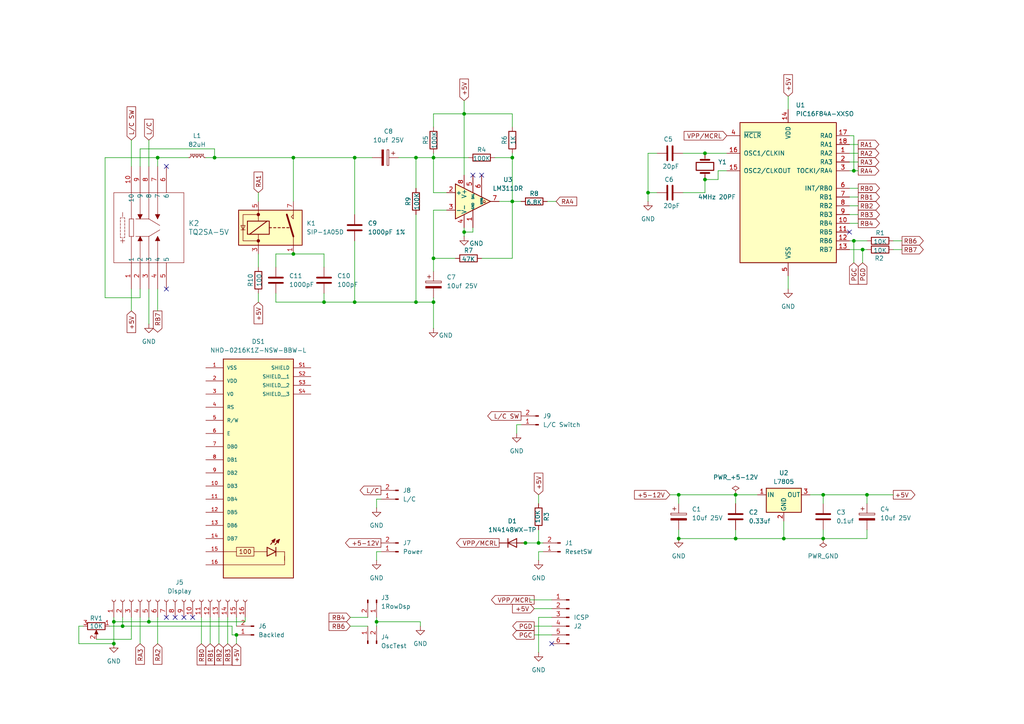
<source format=kicad_sch>
(kicad_sch (version 20231120) (generator "eeschema") (generator_version "8.0")
  (paper "A4")
  (title_block (title "LC meter") (date "2024-10-09") (rev "0.1"))
  (lib_symbols
    (symbol "Comparator:LM311" (pin_names (offset 0.127))
      (property "Reference" "U" (at 3.81 6.35 0))
      (property "Value" "LM311" (at 3.81 3.81 0))
      (symbol "LM311_1_1"
        (pin passive line (at 0 -7.62 90) (length 5.08) (name "GND") (number "1"))
        (pin input line (at -7.62 2.54 0) (length 2.54) (name "+") (number "2"))
        (pin input line (at -7.62 -2.54 0) (length 2.54) (name "-") (number "3"))
        (pin power_in line (at -2.54 -7.62 90) (length 3.81) (name "V-") (number "4"))
        (pin input line (at 0 7.62 270) (length 5.08) (name "BAL") (number "5"))
        (pin input line (at 2.54 7.62 270) (length 6.35) (name "STRB") (number "6"))
        (pin open_collector line (at 7.62 0 180) (length 2.54) (name "~") (number "7"))
        (pin power_in line (at -2.54 7.62 270) (length 3.81) (name "V+") (number "8"))
      )
    )
    (symbol "Connector:Conn_01x02_Pin" (pin_names (offset 1.016) hide)
      (property "Reference" "J" (at 0 2.54 0))
      (property "Value" "Conn_01x02_Pin" (at 0 -5.08 0))
      (symbol "Conn_01x02_Pin_1_1"
        (pin passive line (at 5.08 0 180) (length 3.81) (name "Pin_1") (number "1"))
        (pin passive line (at 5.08 -2.54 180) (length 3.81) (name "Pin_2") (number "2"))
      )
    )
    (symbol "Connector:Conn_01x06_Pin" (pin_names (offset 1.016) hide)
      (property "Reference" "J" (at 0 7.62 0))
      (property "Value" "Conn_01x06_Pin" (at 0 -10.16 0))
      (symbol "Conn_01x06_Pin_1_1"
        (pin passive line (at 5.08 5.08 180) (length 3.81) (name "Pin_1") (number "1"))
        (pin passive line (at 5.08 2.54 180) (length 3.81) (name "Pin_2") (number "2"))
        (pin passive line (at 5.08 0 180) (length 3.81) (name "Pin_3") (number "3"))
        (pin passive line (at 5.08 -2.54 180) (length 3.81) (name "Pin_4") (number "4"))
        (pin passive line (at 5.08 -5.08 180) (length 3.81) (name "Pin_5") (number "5"))
        (pin passive line (at 5.08 -7.62 180) (length 3.81) (name "Pin_6") (number "6"))
      )
    )
    (symbol "Connector:Conn_01x16_Socket" (pin_names (offset 1.016) hide)
      (property "Reference" "J" (at 0 20.32 0))
      (property "Value" "Conn_01x16_Socket" (at 0 -22.86 0))
      (symbol "Conn_01x16_Socket_1_1"
        (pin passive line (at -5.08 17.78 0) (length 3.81) (name "Pin_1") (number "1"))
        (pin passive line (at -5.08 -5.08 0) (length 3.81) (name "Pin_10") (number "10"))
        (pin passive line (at -5.08 -7.62 0) (length 3.81) (name "Pin_11") (number "11"))
        (pin passive line (at -5.08 -10.16 0) (length 3.81) (name "Pin_12") (number "12"))
        (pin passive line (at -5.08 -12.7 0) (length 3.81) (name "Pin_13") (number "13"))
        (pin passive line (at -5.08 -15.24 0) (length 3.81) (name "Pin_14") (number "14"))
        (pin passive line (at -5.08 -17.78 0) (length 3.81) (name "Pin_15") (number "15"))
        (pin passive line (at -5.08 -20.32 0) (length 3.81) (name "Pin_16") (number "16"))
        (pin passive line (at -5.08 15.24 0) (length 3.81) (name "Pin_2") (number "2"))
        (pin passive line (at -5.08 12.7 0) (length 3.81) (name "Pin_3") (number "3"))
        (pin passive line (at -5.08 10.16 0) (length 3.81) (name "Pin_4") (number "4"))
        (pin passive line (at -5.08 7.62 0) (length 3.81) (name "Pin_5") (number "5"))
        (pin passive line (at -5.08 5.08 0) (length 3.81) (name "Pin_6") (number "6"))
        (pin passive line (at -5.08 2.54 0) (length 3.81) (name "Pin_7") (number "7"))
        (pin passive line (at -5.08 0 0) (length 3.81) (name "Pin_8") (number "8"))
        (pin passive line (at -5.08 -2.54 0) (length 3.81) (name "Pin_9") (number "9"))
      )
    )
    (symbol "Device:C" (pin_numbers hide) (pin_names (offset 0.254))
      (property "Reference" "C" (at 0.635 2.54 0))
      (property "Value" "C" (at 0.635 -2.54 0))
      (symbol "C_1_1"
        (pin passive line (at 0 3.81 270) (length 2.794) (name "~") (number "1"))
        (pin passive line (at 0 -3.81 90) (length 2.794) (name "~") (number "2"))
      )
    )
    (symbol "Device:C_Polarized" (pin_numbers hide) (pin_names (offset 0.254))
      (property "Reference" "C" (at 0.635 2.54 0))
      (property "Value" "C_Polarized" (at 0.635 -2.54 0))
      (symbol "C_Polarized_1_1"
        (pin passive line (at 0 3.81 270) (length 2.794) (name "~") (number "1"))
        (pin passive line (at 0 -3.81 90) (length 2.794) (name "~") (number "2"))
      )
    )
    (symbol "Device:Crystal" (pin_numbers hide) (pin_names (offset 1.016) hide)
      (property "Reference" "Y" (at 0 3.81 0))
      (property "Value" "Crystal" (at 0 -3.81 0))
      (symbol "Crystal_1_1"
        (pin passive line (at -3.81 0 0) (length 1.27) (name "1") (number "1"))
        (pin passive line (at 3.81 0 180) (length 1.27) (name "2") (number "2"))
      )
    )
    (symbol "Device:D" (pin_numbers hide) (pin_names (offset 1.016) hide)
      (property "Reference" "D" (at 0 2.54 0))
      (property "Value" "D" (at 0 -2.54 0))
      (symbol "D_1_1"
        (pin passive line (at -3.81 0 0) (length 2.54) (name "K") (number "1"))
        (pin passive line (at 3.81 0 180) (length 2.54) (name "A") (number "2"))
      )
    )
    (symbol "Device:L_Ferrite_Small" (pin_numbers hide) (pin_names (offset 0.254) hide)
      (property "Reference" "L" (at 1.27 1.016 0))
      (property "Value" "L_Ferrite_Small" (at 1.27 -1.27 0))
      (symbol "L_Ferrite_Small_1_1"
        (pin passive line (at 0 2.54 270) (length 0.508) (name "~") (number "1"))
        (pin passive line (at 0 -2.54 90) (length 0.508) (name "~") (number "2"))
      )
    )
    (symbol "Device:R" (pin_numbers hide) (pin_names (offset 0))
      (property "Reference" "R" (at 2.032 0 90))
      (property "Value" "R" (at 0 0 90))
      (symbol "R_1_1"
        (pin passive line (at 0 3.81 270) (length 1.27) (name "~") (number "1"))
        (pin passive line (at 0 -3.81 90) (length 1.27) (name "~") (number "2"))
      )
    )
    (symbol "Device:R_Potentiometer" (pin_names (offset 1.016) hide)
      (property "Reference" "RV" (at -4.445 0 90))
      (property "Value" "R_Potentiometer" (at -2.54 0 90))
      (symbol "R_Potentiometer_1_1"
        (pin passive line (at 0 3.81 270) (length 1.27) (name "1") (number "1"))
        (pin passive line (at 3.81 0 180) (length 1.27) (name "2") (number "2"))
        (pin passive line (at 0 -3.81 90) (length 1.27) (name "3") (number "3"))
      )
    )
    (symbol "MCU_Microchip_PIC16:PIC16F84A-XXSO" (pin_names (offset 1.016))
      (property "Reference" "U" (at 2.54 22.86 0))
      (property "Value" "PIC16F84A-XXSO" (at 2.54 20.32 0))
      (symbol "PIC16F84A-XXSO_1_1"
        (pin bidirectional line (at 17.78 10.16 180) (length 3.81) (name "RA2") (number "1"))
        (pin bidirectional line (at 17.78 -10.16 180) (length 3.81) (name "RB4") (number "10"))
        (pin bidirectional line (at 17.78 -12.7 180) (length 3.81) (name "RB5") (number "11"))
        (pin bidirectional line (at 17.78 -15.24 180) (length 3.81) (name "RB6") (number "12"))
        (pin bidirectional line (at 17.78 -17.78 180) (length 3.81) (name "RB7") (number "13"))
        (pin power_in line (at 0 22.86 270) (length 3.81) (name "VDD") (number "14"))
        (pin output line (at -17.78 5.08 0) (length 3.81) (name "OSC2/CLKOUT") (number "15"))
        (pin input line (at -17.78 10.16 0) (length 3.81) (name "OSC1/CLKIN") (number "16"))
        (pin bidirectional line (at 17.78 15.24 180) (length 3.81) (name "RA0") (number "17"))
        (pin bidirectional line (at 17.78 12.7 180) (length 3.81) (name "RA1") (number "18"))
        (pin bidirectional line (at 17.78 7.62 180) (length 3.81) (name "RA3") (number "2"))
        (pin bidirectional line (at 17.78 5.08 180) (length 3.81) (name "TOCKI/RA4") (number "3"))
        (pin input line (at -17.78 15.24 0) (length 3.81) (name "~{MCLR}") (number "4"))
        (pin power_in line (at 0 -25.4 90) (length 3.81) (name "VSS") (number "5"))
        (pin bidirectional line (at 17.78 0 180) (length 3.81) (name "INT/RB0") (number "6"))
        (pin bidirectional line (at 17.78 -2.54 180) (length 3.81) (name "RB1") (number "7"))
        (pin bidirectional line (at 17.78 -5.08 180) (length 3.81) (name "RB2") (number "8"))
        (pin bidirectional line (at 17.78 -7.62 180) (length 3.81) (name "RB3") (number "9"))
      )
    )
    (symbol "NHD-0216K1Z-NSW-BBW-L:NHD-0216K1Z-NSW-BBW-L" (pin_names (offset 1.016))
      (property "Reference" "DS" (at -10.16 21.59 0))
      (property "Value" "NHD-0216K1Z-NSW-BBW-L" (at -12.7 -45.72 0))
      (symbol "NHD-0216K1Z-NSW-BBW-L_0_0"
        (pin passive line (at 15.24 17.78 180) (length 5.08) (name "SHIELD") (number "S1"))
        (pin passive line (at 15.24 15.24 180) (length 5.08) (name "SHIELD__1") (number "S2"))
        (pin passive line (at 15.24 12.7 180) (length 5.08) (name "SHIELD__2") (number "S3"))
        (pin passive line (at 15.24 10.16 180) (length 5.08) (name "SHIELD__3") (number "S4"))
      )
      (symbol "NHD-0216K1Z-NSW-BBW-L_1_0"
        (pin power_in line (at -15.24 17.78 0) (length 5.08) (name "VSS") (number "1"))
        (pin bidirectional line (at -15.24 -16.51 0) (length 5.08) (name "DB3") (number "10"))
        (pin bidirectional line (at -15.24 -20.32 0) (length 5.08) (name "DB4") (number "11"))
        (pin bidirectional line (at -15.24 -24.13 0) (length 5.08) (name "DB5") (number "12"))
        (pin bidirectional line (at -15.24 -27.94 0) (length 5.08) (name "DB6") (number "13"))
        (pin bidirectional line (at -15.24 -31.75 0) (length 5.08) (name "DB7") (number "14"))
        (pin passive line (at -15.24 -35.56 0) (length 5.08) (name "~") (number "15"))
        (pin passive line (at -15.24 -39.37 0) (length 5.08) (name "~") (number "16"))
        (pin power_in line (at -15.24 13.97 0) (length 5.08) (name "VDD") (number "2"))
        (pin power_in line (at -15.24 10.16 0) (length 5.08) (name "V0") (number "3"))
        (pin input line (at -15.24 6.35 0) (length 5.08) (name "RS") (number "4"))
        (pin input line (at -15.24 2.54 0) (length 5.08) (name "R/W") (number "5"))
        (pin input line (at -15.24 -1.27 0) (length 5.08) (name "E") (number "6"))
        (pin bidirectional line (at -15.24 -5.08 0) (length 5.08) (name "DB0") (number "7"))
        (pin bidirectional line (at -15.24 -8.89 0) (length 5.08) (name "DB1") (number "8"))
        (pin bidirectional line (at -15.24 -12.7 0) (length 5.08) (name "DB2") (number "9"))
      )
      (symbol "NHD-0216K1Z-NSW-BBW-L_1_1"
        (text "100" (at -3.81 -35.56 0) (effects (font (size 1.27 1.27))))
      )
    )
    (symbol "Regulator_Linear:L7805" (pin_names (offset 0.254))
      (property "Reference" "U" (at -3.81 3.175 0))
      (property "Value" "L7805" (at 0 3.175 0))
      (symbol "L7805_1_1"
        (pin power_in line (at -7.62 0 0) (length 2.54) (name "IN") (number "1"))
        (pin power_in line (at 0 -7.62 90) (length 2.54) (name "GND") (number "2"))
        (pin power_out line (at 7.62 0 180) (length 2.54) (name "OUT") (number "3"))
      )
    )
    (symbol "Relay:DIPxx-1Axx-12xD"
      (property "Reference" "K1" (at 8.89 1.2701 0))
      (property "Value" "SIP-1A05D" (at 8.89 -1.2699 0))
      (symbol "DIPxx-1Axx-12xD_1_1"
        (pin passive line (at 5.08 -7.62 90) (length 2.54) (name "~") (number "1"))
        (pin passive line (at 5.08 -7.62 90) (length 2.54) hide (name "~") (number "1"))
        (pin passive line (at -5.08 -7.62 90) (length 2.54) (name "~") (number "3"))
        (pin passive line (at -5.08 -7.62 90) (length 2.54) hide (name "~") (number "3"))
        (pin passive line (at -5.08 7.62 270) (length 2.54) (name "~") (number "5"))
        (pin passive line (at 5.08 7.62 270) (length 2.54) (name "~") (number "7"))
        (pin passive line (at 5.08 7.62 270) (length 2.54) hide (name "~") (number "7"))
      )
    )
    (symbol "TQ2SA-5V:TQ2SA-5V" (pin_names (offset 0.254))
      (property "Reference" "K2" (at 19.0501 -16.51 90))
      (property "Value" "TQ2SA-5V" (at 16.5101 -16.51 90))
      (symbol "TQ2SA-5V_0_1"
        (pin passive line (at 0 0 0) (length 7.62) (name "1") (number "1"))
        (pin passive line (at 35.56 0 180) (length 7.62) (name "10") (number "10"))
        (pin passive line (at 0 -2.54 0) (length 7.62) (name "2") (number "2"))
        (pin passive line (at 0 -5.08 0) (length 7.62) (name "3") (number "3"))
        (pin passive line (at 0 -7.62 0) (length 7.62) (name "4") (number "4"))
        (pin passive line (at 0 -10.16 0) (length 7.62) (name "5") (number "5"))
        (pin passive line (at 35.56 -10.16 180) (length 7.62) (name "6") (number "6"))
        (pin passive line (at 35.56 -7.62 180) (length 7.62) (name "7") (number "7"))
        (pin passive line (at 35.56 -5.08 180) (length 7.62) (name "8") (number "8"))
        (pin passive line (at 35.56 -2.54 180) (length 7.62) (name "9") (number "9"))
      )
    )
    (symbol "power:GND" (power) (pin_numbers hide) (pin_names (offset 0) hide)
      (property "Value" "GND" (at 0 -3.81 0))
      (symbol "GND_1_1"
        (pin power_in line (at 0 0 270) (length 0) (name "~") (number "1"))
      )
    )
    (symbol "power:PWR_FLAG" (power) (pin_numbers hide) (pin_names (offset 0) hide)
      (property "Value" "PWR_FLAG" (at 0 3.81 0))
      (symbol "PWR_FLAG_0_0"
        (pin power_out line (at 0 0 90) (length 0) (name "~") (number "1"))
      )
    )
  )
  (junction (at 238.76 143.51))
  (junction (at 134.62 33.02))
  (junction (at 62.23 45.72))
  (junction (at 196.85 143.51))
  (junction (at 109.22 180.34))
  (junction (at 204.47 52.07))
  (junction (at 227.33 156.21))
  (junction (at 102.87 87.63))
  (junction (at 120.65 87.63))
  (junction (at 196.85 156.21))
  (junction (at 120.65 45.72))
  (junction (at 43.18 180.34))
  (junction (at 148.59 45.72))
  (junction (at 247.65 69.85))
  (junction (at 125.73 87.63))
  (junction (at 85.09 45.72))
  (junction (at 134.62 67.31))
  (junction (at 33.02 186.69))
  (junction (at 250.19 72.39))
  (junction (at 85.09 73.66))
  (junction (at 45.72 45.72))
  (junction (at 93.98 87.63))
  (junction (at 213.36 143.51))
  (junction (at 125.73 74.93))
  (junction (at 68.58 184.15))
  (junction (at 187.96 55.88))
  (junction (at 251.46 143.51))
  (junction (at 238.76 156.21))
  (junction (at 35.56 181.61))
  (junction (at 33.02 180.34))
  (junction (at 213.36 156.21))
  (junction (at 148.59 58.42))
  (junction (at 204.47 44.45))
  (junction (at 125.73 45.72))
  (junction (at 152.4 157.48))
  (junction (at 156.21 157.48))
  (junction (at 247.65 49.53))
  (junction (at 102.87 45.72))
  (no_connect (at 53.34 179.07))
  (no_connect (at 160.02 186.69))
  (no_connect (at 48.26 83.82))
  (no_connect (at 50.8 179.07))
  (no_connect (at 139.7 50.8))
  (no_connect (at 246.38 67.31))
  (no_connect (at 48.26 179.07))
  (no_connect (at 55.88 179.07))
  (no_connect (at 48.26 48.26))
  (no_connect (at 137.16 50.8))
  (wire (pts (xy 246.38 69.85) (xy 247.65 69.85)))
  (wire (pts (xy 109.22 162.56) (xy 109.22 160.02)))
  (wire (pts (xy 196.85 143.51) (xy 213.36 143.51)))
  (wire (pts (xy 80.01 87.63) (xy 80.01 85.09)))
  (wire (pts (xy 66.04 179.07) (xy 66.04 186.69)))
  (wire (pts (xy 137.16 66.04) (xy 137.16 67.31)))
  (wire (pts (xy 154.94 176.53) (xy 160.02 176.53)))
  (wire (pts (xy 109.22 180.34) (xy 121.92 180.34)))
  (wire (pts (xy 148.59 45.72) (xy 148.59 44.45)))
  (wire (pts (xy 60.96 179.07) (xy 60.96 186.69)))
  (wire (pts (xy 187.96 55.88) (xy 187.96 44.45)))
  (wire (pts (xy 109.22 144.78) (xy 110.49 144.78)))
  (wire (pts (xy 30.48 86.36) (xy 30.48 45.72)))
  (wire (pts (xy 85.09 73.66) (xy 93.98 73.66)))
  (wire (pts (xy 156.21 189.23) (xy 156.21 179.07)))
  (wire (pts (xy 134.62 67.31) (xy 134.62 68.58)))
  (wire (pts (xy 134.62 33.02) (xy 134.62 50.8)))
  (wire (pts (xy 40.64 48.26) (xy 40.64 43.18)))
  (wire (pts (xy 251.46 153.67) (xy 251.46 156.21)))
  (wire (pts (xy 22.86 181.61) (xy 22.86 186.69)))
  (wire (pts (xy 30.48 45.72) (xy 45.72 45.72)))
  (wire (pts (xy 31.75 181.61) (xy 35.56 181.61)))
  (wire (pts (xy 246.38 46.99) (xy 248.92 46.99)))
  (wire (pts (xy 151.13 157.48) (xy 152.4 157.48)))
  (wire (pts (xy 238.76 156.21) (xy 251.46 156.21)))
  (wire (pts (xy 144.78 58.42) (xy 148.59 58.42)))
  (wire (pts (xy 33.02 180.34) (xy 33.02 186.69)))
  (wire (pts (xy 62.23 43.18) (xy 62.23 45.72)))
  (wire (pts (xy 63.5 179.07) (xy 63.5 186.69)))
  (wire (pts (xy 120.65 87.63) (xy 102.87 87.63)))
  (wire (pts (xy 102.87 45.72) (xy 85.09 45.72)))
  (wire (pts (xy 208.28 49.53) (xy 208.28 52.07)))
  (wire (pts (xy 247.65 69.85) (xy 251.46 69.85)))
  (wire (pts (xy 213.36 143.51) (xy 219.71 143.51)))
  (wire (pts (xy 101.6 181.61) (xy 106.68 181.61)))
  (wire (pts (xy 74.93 85.09) (xy 74.93 87.63)))
  (wire (pts (xy 125.73 45.72) (xy 135.89 45.72)))
  (wire (pts (xy 194.31 143.51) (xy 196.85 143.51)))
  (wire (pts (xy 109.22 179.07) (xy 109.22 180.34)))
  (wire (pts (xy 121.92 180.34) (xy 121.92 181.61)))
  (wire (pts (xy 109.22 160.02) (xy 110.49 160.02)))
  (wire (pts (xy 134.62 66.04) (xy 134.62 67.31)))
  (wire (pts (xy 33.02 180.34) (xy 43.18 180.34)))
  (wire (pts (xy 246.38 59.69) (xy 248.92 59.69)))
  (wire (pts (xy 27.94 185.42) (xy 38.1 185.42)))
  (wire (pts (xy 58.42 179.07) (xy 58.42 186.69)))
  (wire (pts (xy 80.01 73.66) (xy 85.09 73.66)))
  (wire (pts (xy 40.64 179.07) (xy 40.64 186.69)))
  (wire (pts (xy 246.38 72.39) (xy 250.19 72.39)))
  (wire (pts (xy 187.96 55.88) (xy 190.5 55.88)))
  (wire (pts (xy 38.1 83.82) (xy 38.1 90.17)))
  (wire (pts (xy 228.6 80.01) (xy 228.6 83.82)))
  (wire (pts (xy 101.6 179.07) (xy 106.68 179.07)))
  (wire (pts (xy 149.86 123.19) (xy 151.13 123.19)))
  (wire (pts (xy 250.19 72.39) (xy 250.19 76.2)))
  (wire (pts (xy 68.58 184.15) (xy 68.58 186.69)))
  (wire (pts (xy 246.38 49.53) (xy 247.65 49.53)))
  (wire (pts (xy 102.87 45.72) (xy 102.87 62.23)))
  (wire (pts (xy 45.72 83.82) (xy 45.72 90.17)))
  (wire (pts (xy 45.72 45.72) (xy 54.61 45.72)))
  (wire (pts (xy 198.12 55.88) (xy 204.47 55.88)))
  (wire (pts (xy 251.46 143.51) (xy 251.46 146.05)))
  (wire (pts (xy 68.58 179.07) (xy 68.58 181.61)))
  (wire (pts (xy 40.64 86.36) (xy 30.48 86.36)))
  (wire (pts (xy 156.21 160.02) (xy 157.48 160.02)))
  (wire (pts (xy 196.85 156.21) (xy 213.36 156.21)))
  (wire (pts (xy 143.51 45.72) (xy 148.59 45.72)))
  (wire (pts (xy 68.58 184.15) (xy 67.31 184.15)))
  (wire (pts (xy 198.12 44.45) (xy 204.47 44.45)))
  (wire (pts (xy 38.1 185.42) (xy 38.1 179.07)))
  (wire (pts (xy 109.22 147.32) (xy 109.22 144.78)))
  (wire (pts (xy 93.98 87.63) (xy 80.01 87.63)))
  (wire (pts (xy 38.1 40.64) (xy 38.1 48.26)))
  (wire (pts (xy 125.73 74.93) (xy 125.73 78.74)))
  (wire (pts (xy 62.23 45.72) (xy 59.69 45.72)))
  (wire (pts (xy 67.31 184.15) (xy 67.31 181.61)))
  (wire (pts (xy 259.08 72.39) (xy 261.62 72.39)))
  (wire (pts (xy 246.38 64.77) (xy 248.92 64.77)))
  (wire (pts (xy 238.76 143.51) (xy 251.46 143.51)))
  (wire (pts (xy 196.85 143.51) (xy 196.85 146.05)))
  (wire (pts (xy 125.73 87.63) (xy 125.73 95.25)))
  (wire (pts (xy 228.6 27.94) (xy 228.6 31.75)))
  (wire (pts (xy 125.73 86.36) (xy 125.73 87.63)))
  (wire (pts (xy 148.59 74.93) (xy 148.59 58.42)))
  (wire (pts (xy 40.64 83.82) (xy 40.64 86.36)))
  (wire (pts (xy 149.86 125.73) (xy 149.86 123.19)))
  (wire (pts (xy 40.64 43.18) (xy 62.23 43.18)))
  (wire (pts (xy 67.31 181.61) (xy 35.56 181.61)))
  (wire (pts (xy 259.08 69.85) (xy 261.62 69.85)))
  (wire (pts (xy 129.54 60.96) (xy 125.73 60.96)))
  (wire (pts (xy 22.86 186.69) (xy 33.02 186.69)))
  (wire (pts (xy 213.36 156.21) (xy 227.33 156.21)))
  (wire (pts (xy 247.65 39.37) (xy 247.65 49.53)))
  (wire (pts (xy 238.76 143.51) (xy 238.76 146.05)))
  (wire (pts (xy 156.21 143.51) (xy 156.21 146.05)))
  (wire (pts (xy 246.38 39.37) (xy 247.65 39.37)))
  (wire (pts (xy 120.65 62.23) (xy 120.65 87.63)))
  (wire (pts (xy 80.01 77.47) (xy 80.01 73.66)))
  (wire (pts (xy 109.22 180.34) (xy 109.22 181.61)))
  (wire (pts (xy 148.59 33.02) (xy 134.62 33.02)))
  (wire (pts (xy 107.95 45.72) (xy 102.87 45.72)))
  (wire (pts (xy 156.21 157.48) (xy 157.48 157.48)))
  (wire (pts (xy 227.33 156.21) (xy 238.76 156.21)))
  (wire (pts (xy 227.33 151.13) (xy 227.33 156.21)))
  (wire (pts (xy 204.47 52.07) (xy 204.47 55.88)))
  (wire (pts (xy 153.67 173.99) (xy 160.02 173.99)))
  (wire (pts (xy 43.18 180.34) (xy 71.12 180.34)))
  (wire (pts (xy 120.65 87.63) (xy 125.73 87.63)))
  (wire (pts (xy 43.18 179.07) (xy 43.18 180.34)))
  (wire (pts (xy 234.95 143.51) (xy 238.76 143.51)))
  (wire (pts (xy 247.65 49.53) (xy 248.92 49.53)))
  (wire (pts (xy 154.94 181.61) (xy 160.02 181.61)))
  (wire (pts (xy 134.62 33.02) (xy 125.73 33.02)))
  (wire (pts (xy 187.96 44.45) (xy 190.5 44.45)))
  (wire (pts (xy 250.19 72.39) (xy 251.46 72.39)))
  (wire (pts (xy 43.18 83.82) (xy 43.18 93.98)))
  (wire (pts (xy 115.57 45.72) (xy 120.65 45.72)))
  (wire (pts (xy 134.62 29.21) (xy 134.62 33.02)))
  (wire (pts (xy 120.65 45.72) (xy 125.73 45.72)))
  (wire (pts (xy 213.36 143.51) (xy 213.36 146.05)))
  (wire (pts (xy 154.94 184.15) (xy 160.02 184.15)))
  (wire (pts (xy 62.23 45.72) (xy 85.09 45.72)))
  (wire (pts (xy 204.47 44.45) (xy 210.82 44.45)))
  (wire (pts (xy 129.54 55.88) (xy 125.73 55.88)))
  (wire (pts (xy 93.98 73.66) (xy 93.98 77.47)))
  (wire (pts (xy 156.21 153.67) (xy 156.21 157.48)))
  (wire (pts (xy 125.73 55.88) (xy 125.73 45.72)))
  (wire (pts (xy 139.7 74.93) (xy 148.59 74.93)))
  (wire (pts (xy 102.87 87.63) (xy 93.98 87.63)))
  (wire (pts (xy 247.65 69.85) (xy 247.65 76.2)))
  (wire (pts (xy 45.72 179.07) (xy 45.72 186.69)))
  (wire (pts (xy 148.59 58.42) (xy 151.13 58.42)))
  (wire (pts (xy 156.21 179.07) (xy 160.02 179.07)))
  (wire (pts (xy 74.93 73.66) (xy 74.93 77.47)))
  (wire (pts (xy 35.56 181.61) (xy 35.56 179.07)))
  (wire (pts (xy 158.75 58.42) (xy 161.29 58.42)))
  (wire (pts (xy 156.21 162.56) (xy 156.21 160.02)))
  (wire (pts (xy 120.65 45.72) (xy 120.65 54.61)))
  (wire (pts (xy 246.38 57.15) (xy 248.92 57.15)))
  (wire (pts (xy 45.72 45.72) (xy 45.72 48.26)))
  (wire (pts (xy 196.85 153.67) (xy 196.85 156.21)))
  (wire (pts (xy 125.73 74.93) (xy 132.08 74.93)))
  (wire (pts (xy 246.38 41.91) (xy 248.92 41.91)))
  (wire (pts (xy 43.18 40.64) (xy 43.18 48.26)))
  (wire (pts (xy 137.16 67.31) (xy 134.62 67.31)))
  (wire (pts (xy 125.73 60.96) (xy 125.73 74.93)))
  (wire (pts (xy 148.59 58.42) (xy 148.59 45.72)))
  (wire (pts (xy 246.38 62.23) (xy 248.92 62.23)))
  (wire (pts (xy 238.76 153.67) (xy 238.76 156.21)))
  (wire (pts (xy 208.28 52.07) (xy 204.47 52.07)))
  (wire (pts (xy 213.36 153.67) (xy 213.36 156.21)))
  (wire (pts (xy 125.73 45.72) (xy 125.73 44.45)))
  (wire (pts (xy 251.46 143.51) (xy 259.08 143.51)))
  (wire (pts (xy 187.96 58.42) (xy 187.96 55.88)))
  (wire (pts (xy 125.73 33.02) (xy 125.73 36.83)))
  (wire (pts (xy 102.87 87.63) (xy 102.87 69.85)))
  (wire (pts (xy 93.98 85.09) (xy 93.98 87.63)))
  (wire (pts (xy 246.38 54.61) (xy 248.92 54.61)))
  (wire (pts (xy 71.12 179.07) (xy 71.12 180.34)))
  (wire (pts (xy 246.38 44.45) (xy 248.92 44.45)))
  (wire (pts (xy 33.02 179.07) (xy 33.02 180.34)))
  (wire (pts (xy 152.4 157.48) (xy 156.21 157.48)))
  (wire (pts (xy 210.82 49.53) (xy 208.28 49.53)))
  (wire (pts (xy 85.09 45.72) (xy 85.09 58.42)))
  (wire (pts (xy 148.59 36.83) (xy 148.59 33.02)))
  (wire (pts (xy 24.13 181.61) (xy 22.86 181.61)))
  (wire (pts (xy 74.93 55.88) (xy 74.93 58.42)))
  (global_label "RB4" (shape output) (at 248.92 64.77 0) (property "Intersheetrefs" "${INTERSHEET_REFS}" (effects (hide yes))))
  (global_label "+5V" (shape output) (at 259.08 143.51 0) (property "Intersheetrefs" "${INTERSHEET_REFS}" (effects (hide yes))))
  (global_label "L{slash}C SW" (shape output) (at 151.13 120.65 180) (property "Intersheetrefs" "${INTERSHEET_REFS}" (effects (hide yes))))
  (global_label "RB3" (shape input) (at 66.04 186.69 270) (property "Intersheetrefs" "${INTERSHEET_REFS}" (effects (hide yes))))
  (global_label "RB7" (shape output) (at 45.72 90.17 270) (property "Intersheetrefs" "${INTERSHEET_REFS}" (effects (hide yes))))
  (global_label "RA2" (shape output) (at 248.92 44.45 0) (property "Intersheetrefs" "${INTERSHEET_REFS}" (effects (hide yes))))
  (global_label "RB0" (shape input) (at 58.42 186.69 270) (property "Intersheetrefs" "${INTERSHEET_REFS}" (effects (hide yes))))
  (global_label "RB1" (shape input) (at 60.96 186.69 270) (property "Intersheetrefs" "${INTERSHEET_REFS}" (effects (hide yes))))
  (global_label "RB2" (shape input) (at 63.5 186.69 270) (property "Intersheetrefs" "${INTERSHEET_REFS}" (effects (hide yes))))
  (global_label "+5V" (shape input) (at 38.1 90.17 270) (property "Intersheetrefs" "${INTERSHEET_REFS}" (effects (hide yes))))
  (global_label "VPP{slash}MCRL" (shape output) (at 144.78 157.48 180) (property "Intersheetrefs" "${INTERSHEET_REFS}" (effects (hide yes))))
  (global_label "L{slash}C" (shape output) (at 110.49 142.24 180) (property "Intersheetrefs" "${INTERSHEET_REFS}" (effects (hide yes))))
  (global_label "RB4" (shape input) (at 101.6 179.07 180) (property "Intersheetrefs" "${INTERSHEET_REFS}" (effects (hide yes))))
  (global_label "RA1" (shape output) (at 248.92 41.91 0) (property "Intersheetrefs" "${INTERSHEET_REFS}" (effects (hide yes))))
  (global_label "+5V" (shape input) (at 68.58 186.69 270) (property "Intersheetrefs" "${INTERSHEET_REFS}" (effects (hide yes))))
  (global_label "RB0" (shape output) (at 248.92 54.61 0) (property "Intersheetrefs" "${INTERSHEET_REFS}" (effects (hide yes))))
  (global_label "+5V" (shape input) (at 134.62 29.21 90) (property "Intersheetrefs" "${INTERSHEET_REFS}" (effects (hide yes))))
  (global_label "PGC" (shape output) (at 154.94 184.15 180) (property "Intersheetrefs" "${INTERSHEET_REFS}" (effects (hide yes))))
  (global_label "PGD" (shape output) (at 154.94 181.61 180) (property "Intersheetrefs" "${INTERSHEET_REFS}" (effects (hide yes))))
  (global_label "RA1" (shape input) (at 74.93 55.88 90) (property "Intersheetrefs" "${INTERSHEET_REFS}" (effects (hide yes))))
  (global_label "+5V" (shape input) (at 156.21 143.51 90) (property "Intersheetrefs" "${INTERSHEET_REFS}" (effects (hide yes))))
  (global_label "VPP{slash}MCRL" (shape input) (at 210.82 39.37 180) (property "Intersheetrefs" "${INTERSHEET_REFS}" (effects (hide yes))))
  (global_label "+5V" (shape input) (at 154.94 176.53 180) (property "Intersheetrefs" "${INTERSHEET_REFS}" (effects (hide yes))))
  (global_label "RB2" (shape output) (at 248.92 59.69 0) (property "Intersheetrefs" "${INTERSHEET_REFS}" (effects (hide yes))))
  (global_label "RB6" (shape input) (at 101.6 181.61 180) (property "Intersheetrefs" "${INTERSHEET_REFS}" (effects (hide yes))))
  (global_label "PGC" (shape input) (at 247.65 76.2 270) (property "Intersheetrefs" "${INTERSHEET_REFS}" (effects (hide yes))))
  (global_label "L{slash}C" (shape input) (at 43.18 40.64 90) (property "Intersheetrefs" "${INTERSHEET_REFS}" (effects (hide yes))))
  (global_label "RB3" (shape output) (at 248.92 62.23 0) (property "Intersheetrefs" "${INTERSHEET_REFS}" (effects (hide yes))))
  (global_label "RB7" (shape output) (at 261.62 72.39 0) (property "Intersheetrefs" "${INTERSHEET_REFS}" (effects (hide yes))))
  (global_label "L{slash}C SW" (shape input) (at 38.1 40.64 90) (property "Intersheetrefs" "${INTERSHEET_REFS}" (effects (hide yes))))
  (global_label "+5V" (shape input) (at 74.93 87.63 270) (property "Intersheetrefs" "${INTERSHEET_REFS}" (effects (hide yes))))
  (global_label "RA4" (shape output) (at 248.92 49.53 0) (property "Intersheetrefs" "${INTERSHEET_REFS}" (effects (hide yes))))
  (global_label "RB1" (shape output) (at 248.92 57.15 0) (property "Intersheetrefs" "${INTERSHEET_REFS}" (effects (hide yes))))
  (global_label "RA3" (shape input) (at 40.64 186.69 270) (property "Intersheetrefs" "${INTERSHEET_REFS}" (effects (hide yes))))
  (global_label "+5-12V" (shape input) (at 194.31 143.51 180) (property "Intersheetrefs" "${INTERSHEET_REFS}" (effects (hide yes))))
  (global_label "+5V" (shape input) (at 228.6 27.94 90) (property "Intersheetrefs" "${INTERSHEET_REFS}" (effects (hide yes))))
  (global_label "RA4" (shape input) (at 161.29 58.42 0) (property "Intersheetrefs" "${INTERSHEET_REFS}" (effects (hide yes))))
  (global_label "RA2" (shape input) (at 45.72 186.69 270) (property "Intersheetrefs" "${INTERSHEET_REFS}" (effects (hide yes))))
  (global_label "+5-12V" (shape output) (at 110.49 157.48 180) (property "Intersheetrefs" "${INTERSHEET_REFS}" (effects (hide yes))))
  (global_label "PGD" (shape input) (at 250.19 76.2 270) (property "Intersheetrefs" "${INTERSHEET_REFS}" (effects (hide yes))))
  (global_label "VPP{slash}MCRL" (shape output) (at 154.94 173.99 180) (property "Intersheetrefs" "${INTERSHEET_REFS}" (effects (hide yes))))
  (global_label "RA3" (shape output) (at 248.92 46.99 0) (property "Intersheetrefs" "${INTERSHEET_REFS}" (effects (hide yes))))
  (global_label "RB6" (shape output) (at 261.62 69.85 0) (property "Intersheetrefs" "${INTERSHEET_REFS}" (effects (hide yes))))
  (symbol (lib_id "Device:R") (at 148.59 40.64 180) (unit 1)
    (property "Reference" "R6" (at 146.304 40.64 90))
    (property "Value" "1K" (at 148.844 40.64 90))
    (property "Footprint" "Resistor_SMD:R_0805_2012Metric_Pad1.20x1.40mm_HandSolder" (effects (hide yes)))
    (property "Description" "Resistor" (effects (hide yes)))
  )
  (symbol (lib_id "power:GND") (at 149.86 125.73 0) (unit 1)
    (property "Reference" "#PWR013" (effects (hide yes)))
    (property "Value" "GND" (at 149.86 130.81 0))
    (property "Description" "Power symbol creates a global label with name \"GND\" , ground" (effects (hide yes)))
  )
  (symbol (lib_id "power:GND") (at 33.02 186.69 0) (unit 1)
    (property "Reference" "#PWR010" (effects (hide yes)))
    (property "Value" "GND" (at 33.02 191.77 0))
    (property "Description" "Power symbol creates a global label with name \"GND\" , ground" (effects (hide yes)))
  )
  (symbol (lib_id "Regulator_Linear:L7805") (at 227.33 143.51 0) (unit 1)
    (property "Reference" "U2" (at 227.33 137.16 0))
    (property "Value" "L7805" (at 227.33 139.7 0))
    (property "Footprint" "Package_TO_SOT_SMD:TO-252-3_TabPin2" (effects (hide yes)))
    (property "Datasheet" "http://www.st.com/content/ccc/resource/technical/document/datasheet/41/4f/b3/b0/12/d4/47/88/CD00000444.pdf/files/CD00000444.pdf/jcr:content/translations/en.CD00000444.pdf" (effects (hide yes)))
    (property "Description" "Positive 1.5A 35V Linear Regulator, Fixed Output 5V, TO-220/TO-263/TO-252" (effects (hide yes)))
    (property "Digikey" "AS7805ADTR-G1DI" (effects (hide yes)))
  )
  (symbol (lib_id "MCU_Microchip_PIC16:PIC16F84A-XXSO") (at 228.6 54.61 0) (unit 1)
    (property "Reference" "U1" (at 230.7941 30.48 0) (effects (justify left)))
    (property "Value" "PIC16F84A-XXSO" (at 230.7941 33.02 0) (effects (justify left)))
    (property "Footprint" "Package_SO:SOIC-18W_7.5x11.6mm_P1.27mm" (effects (hide yes)))
    (property "Datasheet" "http://ww1.microchip.com/downloads/en/devicedoc/35007b.pdf" (effects (hide yes)))
    (property "Description" "PIC16F84A, 1KB Flash, 68B SRAM, 64B EEPROM, SOIC18" (effects (hide yes)))
    (property "Digikey" "PIC16F84A-04/SO-ND" (effects (hide yes)))
  )
  (symbol (lib_id "Device:C") (at 213.36 149.86 0) (unit 1)
    (property "Reference" "C2" (at 217.17 148.5899 0) (effects (justify left)))
    (property "Value" "0.33uf" (at 217.17 151.1299 0) (effects (justify left)))
    (property "Footprint" "Capacitor_SMD:C_0805_2012Metric_Pad1.18x1.45mm_HandSolder" (effects (hide yes)))
    (property "Description" "Unpolarized capacitor" (effects (hide yes)))
    (property "Digikey" "CC0805KKX7R8BB334" (effects (hide yes)))
  )
  (symbol (lib_id "Connector:Conn_01x02_Pin") (at 109.22 173.99 270) (unit 1)
    (property "Reference" "J3" (at 110.49 173.3549 90) (effects (justify left)))
    (property "Value" "1RowDsp" (at 110.49 175.8949 90) (effects (justify left)))
    (property "Footprint" "Connector_PinHeader_2.54mm:PinHeader_1x02_P2.54mm_Vertical" (effects (hide yes)))
    (property "Description" "Generic connector, single row, 01x02, script generated" (effects (hide yes)))
  )
  (symbol (lib_id "Device:L_Ferrite_Small") (at 57.15 45.72 90) (unit 1)
    (property "Reference" "L1" (at 57.15 39.37 90))
    (property "Value" "82uH" (at 57.15 41.91 90))
    (property "Footprint" "Inductor_SMD:L_1210_3225Metric_Pad1.42x2.65mm_HandSolder" (effects (hide yes)))
    (property "Description" "Inductor with ferrite core, small symbol" (effects (hide yes)))
    (property "Digikey" "NLV32T-820J-EF" (effects (hide yes)))
  )
  (symbol (lib_id "Comparator:LM311") (at 137.16 58.42 0) (unit 1)
    (property "Reference" "U3" (at 147.32 52.1014 0))
    (property "Value" "LM311DR" (at 147.32 54.6414 0))
    (property "Footprint" "Package_SO:SOIC-8_3.9x4.9mm_P1.27mm" (effects (hide yes)))
    (property "Datasheet" "https://www.st.com/resource/en/datasheet/lm311.pdf" (effects (hide yes)))
    (property "Description" "Voltage Comparator, DIP-8/SOIC-8" (effects (hide yes)))
    (property "Digikey" "IC COMPARATOR 1 GEN PUR 8SOIC" (effects (hide yes)))
  )
  (symbol (lib_id "Device:C") (at 102.87 66.04 0) (unit 1)
    (property "Reference" "C9" (at 106.68 64.7699 0) (effects (justify left)))
    (property "Value" "1000pF 1%" (at 106.68 67.3099 0) (effects (justify left)))
    (property "Footprint" "Capacitor_SMD:C_0805_2012Metric_Pad1.18x1.45mm_HandSolder" (effects (hide yes)))
    (property "Description" "Unpolarized capacitor" (effects (hide yes)))
    (property "Digikey" "CC0805FRNPO9BN102" (effects (hide yes)))
  )
  (symbol (lib_id "Connector:Conn_01x06_Pin") (at 165.1 179.07 0) (mirror y) (unit 1)
    (property "Reference" "J2" (at 166.37 181.6101 0) (effects (justify right)))
    (property "Value" "ICSP" (at 166.37 179.0701 0) (effects (justify right)))
    (property "Footprint" "Connector_PinHeader_2.54mm:PinHeader_1x06_P2.54mm_Vertical" (effects (hide yes)))
    (property "Description" "Generic connector, single row, 01x06, script generated" (effects (hide yes)))
  )
  (symbol (lib_id "Connector:Conn_01x02_Pin") (at 115.57 160.02 180) (unit 1)
    (property "Reference" "J7" (at 116.84 157.4799 0) (effects (justify right)))
    (property "Value" "Power" (at 116.84 160.0199 0) (effects (justify right)))
    (property "Footprint" "Connector_PinHeader_2.54mm:PinHeader_1x02_P2.54mm_Vertical" (effects (hide yes)))
    (property "Description" "Generic connector, single row, 01x02, script generated" (effects (hide yes)))
  )
  (symbol (lib_id "power:GND") (at 196.85 156.21 0) (unit 1)
    (property "Reference" "#PWR02" (effects (hide yes)))
    (property "Value" "GND" (at 196.85 161.29 0))
    (property "Description" "Power symbol creates a global label with name \"GND\" , ground" (effects (hide yes)))
  )
  (symbol (lib_id "power:GND") (at 43.18 93.98 0) (unit 1)
    (property "Reference" "#PWR09" (effects (hide yes)))
    (property "Value" "GND" (at 43.18 99.06 0))
    (property "Description" "Power symbol creates a global label with name \"GND\" , ground" (effects (hide yes)))
  )
  (symbol (lib_id "Connector:Conn_01x02_Pin") (at 73.66 184.15 180) (unit 1)
    (property "Reference" "J6" (at 74.93 181.6099 0) (effects (justify right)))
    (property "Value" "Backled" (at 74.93 184.1499 0) (effects (justify right)))
    (property "Footprint" "Connector_PinHeader_2.54mm:PinHeader_1x02_P2.54mm_Vertical" (effects (hide yes)))
    (property "Description" "Generic connector, single row, 01x02, script generated" (effects (hide yes)))
  )
  (symbol (lib_id "Device:R") (at 120.65 58.42 180) (unit 1)
    (property "Reference" "R9" (at 118.364 58.42 90))
    (property "Value" "100K" (at 120.904 58.42 90))
    (property "Footprint" "Resistor_SMD:R_0805_2012Metric_Pad1.20x1.40mm_HandSolder" (effects (hide yes)))
    (property "Description" "Resistor" (effects (hide yes)))
  )
  (symbol (lib_id "power:GND") (at 156.21 189.23 0) (unit 1)
    (property "Reference" "#PWR04" (effects (hide yes)))
    (property "Value" "GND" (at 156.21 194.31 0))
    (property "Description" "Power symbol creates a global label with name \"GND\" , ground" (effects (hide yes)))
  )
  (symbol (lib_id "Device:C_Polarized") (at 111.76 45.72 270) (unit 1)
    (property "Reference" "C8" (at 112.649 38.1 90))
    (property "Value" "10uf 25V" (at 112.649 40.64 90))
    (property "Footprint" "Capacitor_Tantalum_SMD:CP_EIA-6032-28_Kemet-C_Pad2.25x2.35mm_HandSolder" (effects (hide yes)))
    (property "Description" "Polarized capacitor" (effects (hide yes)))
    (property "Digikey" "293D106X0025C2TE3" (effects (hide yes)))
  )
  (symbol (lib_id "Device:Crystal") (at 204.47 48.26 90) (unit 1)
    (property "Reference" "Y1" (at 208.28 46.9899 90) (effects (justify right)))
    (property "Value" "4MHz 20PF" (at 202.438 57.15 90) (effects (justify right)))
    (property "Footprint" "Crystal:Crystal_SMD_HC49-SD_HandSoldering" (effects (hide yes)))
    (property "Description" "Two pin crystal" (effects (hide yes)))
    (property "Digikey" "4M20P2/49SMT" (effects (hide yes)))
  )
  (symbol (lib_id "Connector:Conn_01x02_Pin") (at 115.57 144.78 180) (unit 1)
    (property "Reference" "J8" (at 116.84 142.2399 0) (effects (justify right)))
    (property "Value" "L/C" (at 116.84 144.7799 0) (effects (justify right)))
    (property "Footprint" "Connector_PinHeader_2.54mm:PinHeader_1x02_P2.54mm_Vertical" (effects (hide yes)))
    (property "Description" "Generic connector, single row, 01x02, script generated" (effects (hide yes)))
  )
  (symbol (lib_id "power:PWR_FLAG") (at 238.76 156.21 180) (unit 1)
    (property "Reference" "#FLG01" (effects (hide yes)))
    (property "Value" "PWR_GND" (at 238.76 161.29 0))
    (property "Description" "Special symbol for telling ERC where power comes from" (effects (hide yes)))
  )
  (symbol (lib_id "power:GND") (at 228.6 83.82 0) (unit 1)
    (property "Reference" "#PWR01" (effects (hide yes)))
    (property "Value" "GND" (at 228.6 88.9 0))
    (property "Description" "Power symbol creates a global label with name \"GND\" , ground" (effects (hide yes)))
  )
  (symbol (lib_id "power:PWR_FLAG") (at 213.36 143.51 0) (unit 1)
    (property "Reference" "#FLG03" (effects (hide yes)))
    (property "Value" "PWR_+5-12V" (at 213.36 138.43 0))
    (property "Description" "Special symbol for telling ERC where power comes from" (effects (hide yes)))
  )
  (symbol (lib_id "power:GND") (at 187.96 58.42 0) (unit 1)
    (property "Reference" "#PWR06" (effects (hide yes)))
    (property "Value" "GND" (at 187.96 63.5 0))
    (property "Description" "Power symbol creates a global label with name \"GND\" , ground" (effects (hide yes)))
  )
  (symbol (lib_id "power:GND") (at 109.22 162.56 0) (unit 1)
    (property "Reference" "#PWR011" (effects (hide yes)))
    (property "Value" "GND" (at 109.22 167.64 0))
    (property "Description" "Power symbol creates a global label with name \"GND\" , ground" (effects (hide yes)))
  )
  (symbol (lib_id "Device:R") (at 255.27 69.85 90) (unit 1)
    (property "Reference" "R1" (at 255.27 67.564 90))
    (property "Value" "10K" (at 255.27 70.104 90))
    (property "Footprint" "Resistor_SMD:R_0805_2012Metric_Pad1.20x1.40mm_HandSolder" (effects (hide yes)))
    (property "Description" "Resistor" (effects (hide yes)))
  )
  (symbol (lib_id "NHD-0216K1Z-NSW-BBW-L:NHD-0216K1Z-NSW-BBW-L") (at 74.93 124.46 0) (unit 1) (exclude_from_sim yes) (on_board no)
    (property "Reference" "DS1" (at 74.93 99.06 0))
    (property "Value" "NHD-0216K1Z-NSW-BBW-L" (at 74.93 101.6 0))
    (property "Footprint" "NHD-0216K1Z-NSW-BBW-L:NHD_NHD-0216K1Z-NSW-BBW-L" (effects (hide yes)))
    (property "PARTREV" "03/28/17" (effects (hide yes)))
    (property "STANDARD" "Manufacturer Recommendations" (effects (hide yes)))
    (property "MAXIMUM_PACKAGE_HEIGHT" "13.5mm" (effects (hide yes)))
    (property "MANUFACTURER" "Newhaven Display International" (effects (hide yes)))
  )
  (symbol (lib_id "Device:C") (at 194.31 44.45 90) (unit 1)
    (property "Reference" "C5" (at 193.802 40.386 90))
    (property "Value" "20pF" (at 194.564 48.26 90))
    (property "Footprint" "Capacitor_SMD:C_0805_2012Metric_Pad1.18x1.45mm_HandSolder" (effects (hide yes)))
    (property "Description" "Unpolarized capacitor" (effects (hide yes)))
    (property "Digikey" "C0805C200J5HAC7800" (effects (hide yes)))
  )
  (symbol (lib_id "Device:C") (at 238.76 149.86 0) (unit 1)
    (property "Reference" "C3" (at 242.57 148.5899 0) (effects (justify left)))
    (property "Value" "0.1uf" (at 242.57 151.1299 0) (effects (justify left)))
    (property "Footprint" "Capacitor_SMD:C_0805_2012Metric_Pad1.18x1.45mm_HandSolder" (effects (hide yes)))
    (property "Description" "Unpolarized capacitor" (effects (hide yes)))
    (property "Digikey" "CC0805KRX7R9BB104" (effects (hide yes)))
  )
  (symbol (lib_id "Device:C_Polarized") (at 125.73 82.55 0) (unit 1)
    (property "Reference" "C7" (at 129.54 80.3909 0) (effects (justify left)))
    (property "Value" "10uf 25V" (at 129.54 82.9309 0) (effects (justify left)))
    (property "Footprint" "Capacitor_Tantalum_SMD:CP_EIA-6032-28_Kemet-C_Pad2.25x2.35mm_HandSolder" (effects (hide yes)))
    (property "Description" "Polarized capacitor" (effects (hide yes)))
    (property "Digikey" "293D106X0025C2TE3" (effects (hide yes)))
  )
  (symbol (lib_id "Connector:Conn_01x16_Socket") (at 50.8 173.99 90) (unit 1)
    (property "Reference" "J5" (at 52.07 168.91 90))
    (property "Value" "Display" (at 52.07 171.45 90))
    (property "Footprint" "Connector_PinHeader_2.54mm:PinHeader_1x16_P2.54mm_Vertical" (effects (hide yes)))
    (property "Description" "Generic connector, single row, 01x16, script generated" (effects (hide yes)))
  )
  (symbol (lib_id "TQ2SA-5V:TQ2SA-5V") (at 38.1 83.82 90) (unit 1)
    (property "Reference" "K2" (at 54.61 64.7699 90) (effects (font (size 1.524 1.524)) (justify right)))
    (property "Value" "TQ2SA-5V" (at 54.61 67.3099 90) (effects (font (size 1.524 1.524)) (justify right)))
    (property "Footprint" "TQ2SA-5V:RELAY_TQ2_SA_PAN-L" (effects (hide yes)))
    (property "Datasheet" "TQ2SA-5V" (effects (hide yes)))
  )
  (symbol (lib_id "power:GND") (at 125.73 95.25 0) (unit 1)
    (property "Reference" "#PWR08" (effects (hide yes)))
    (property "Value" "GND" (at 129.286 97.282 0))
    (property "Description" "Power symbol creates a global label with name \"GND\" , ground" (effects (hide yes)))
  )
  (symbol (lib_id "Device:R_Potentiometer") (at 27.94 181.61 270) (unit 1)
    (property "Reference" "RV1" (at 27.94 179.324 90))
    (property "Value" "10K" (at 27.94 181.61 90))
    (property "Footprint" "Potentiometer_SMD:Potentiometer_Bourns_TC33X_Vertical" (effects (hide yes)))
    (property "Datasheet" "https://www.bourns.com/docs/Product-Datasheets/TC33.pdf" (effects (hide yes)))
    (property "Description" "Potentiometer" (effects (hide yes)))
    (property "Digikey" "TC33X-2-103E" (effects (hide yes)))
  )
  (symbol (lib_id "Device:R") (at 139.7 45.72 90) (unit 1)
    (property "Reference" "R4" (at 139.7 43.434 90))
    (property "Value" "100K" (at 139.7 45.974 90))
    (property "Footprint" "Resistor_SMD:R_0805_2012Metric_Pad1.20x1.40mm_HandSolder" (effects (hide yes)))
    (property "Description" "Resistor" (effects (hide yes)))
  )
  (symbol (lib_id "power:GND") (at 134.62 68.58 0) (unit 1)
    (property "Reference" "#PWR07" (effects (hide yes)))
    (property "Value" "GND" (at 138.176 70.612 0))
    (property "Description" "Power symbol creates a global label with name \"GND\" , ground" (effects (hide yes)))
  )
  (symbol (lib_id "Device:R") (at 154.94 58.42 90) (unit 1)
    (property "Reference" "R8" (at 154.94 56.134 90))
    (property "Value" "6.8K" (at 154.94 58.674 90))
    (property "Footprint" "Resistor_SMD:R_0805_2012Metric_Pad1.20x1.40mm_HandSolder" (effects (hide yes)))
    (property "Description" "Resistor" (effects (hide yes)))
  )
  (symbol (lib_id "Device:C") (at 93.98 81.28 0) (unit 1)
    (property "Reference" "C10" (at 97.79 80.0099 0) (effects (justify left)))
    (property "Value" "100pF" (at 97.79 82.5499 0) (effects (justify left)))
    (property "Footprint" "Capacitor_SMD:C_0805_2012Metric_Pad1.18x1.45mm_HandSolder" (effects (hide yes)))
    (property "Description" "Unpolarized capacitor" (effects (hide yes)))
    (property "Digikey" "CC0805FRNPO9BN101" (effects (hide yes)))
  )
  (symbol (lib_id "Connector:Conn_01x02_Pin") (at 162.56 160.02 180) (unit 1)
    (property "Reference" "J1" (at 163.83 157.4799 0) (effects (justify right)))
    (property "Value" "ResetSW" (at 163.83 160.0199 0) (effects (justify right)))
    (property "Footprint" "Connector_PinHeader_2.54mm:PinHeader_1x02_P2.54mm_Vertical" (effects (hide yes)))
    (property "Description" "Generic connector, single row, 01x02, script generated" (effects (hide yes)))
  )
  (symbol (lib_id "Relay:DIPxx-1Axx-12xD") (at 80.01 66.04 0) (unit 1)
    (property "Reference" "K1" (at 88.9 64.7699 0) (effects (justify left)))
    (property "Value" "SIP-1A05D" (at 88.9 67.3099 0) (effects (justify left)))
    (property "Footprint" "Relay_THT:Relay_SPST_StandexMeder_MS_Form1AB" (effects (hide yes)))
    (property "Datasheet" "https://standexelectronics.com/wp-content/uploads/datasheet_reed_relay_DIP.pdf" (effects (hide yes)))
    (property "Description" "Standex Meder DIP reed relay, SPST, Closing Contact, including diode" (effects (hide yes)))
    (property "Digikey" "SIP-1A05D" (effects (hide yes)))
  )
  (symbol (lib_id "Device:R") (at 156.21 149.86 0) (unit 1)
    (property "Reference" "R3" (at 158.496 149.86 90))
    (property "Value" "10K" (at 155.956 149.86 90))
    (property "Footprint" "Resistor_SMD:R_0805_2012Metric_Pad1.20x1.40mm_HandSolder" (effects (hide yes)))
    (property "Description" "Resistor" (effects (hide yes)))
  )
  (symbol (lib_id "Device:R") (at 135.89 74.93 90) (unit 1)
    (property "Reference" "R7" (at 135.89 72.644 90))
    (property "Value" "47K" (at 135.89 75.184 90))
    (property "Footprint" "Resistor_SMD:R_0805_2012Metric_Pad1.20x1.40mm_HandSolder" (effects (hide yes)))
    (property "Description" "Resistor" (effects (hide yes)))
  )
  (symbol (lib_id "Device:R") (at 255.27 72.39 90) (unit 1)
    (property "Reference" "R2" (at 255.016 74.93 90))
    (property "Value" "10K" (at 255.27 72.644 90))
    (property "Footprint" "Resistor_SMD:R_0805_2012Metric_Pad1.20x1.40mm_HandSolder" (effects (hide yes)))
    (property "Description" "Resistor" (effects (hide yes)))
  )
  (symbol (lib_id "Device:C_Polarized") (at 196.85 149.86 0) (unit 1)
    (property "Reference" "C1" (at 200.66 147.7009 0) (effects (justify left)))
    (property "Value" "10uf 25V" (at 200.66 150.2409 0) (effects (justify left)))
    (property "Footprint" "Capacitor_Tantalum_SMD:CP_EIA-6032-28_Kemet-C_Pad2.25x2.35mm_HandSolder" (effects (hide yes)))
    (property "Description" "Polarized capacitor" (effects (hide yes)))
    (property "Digikey" "293D106X0025C2TE3" (effects (hide yes)))
  )
  (symbol (lib_id "power:GND") (at 109.22 147.32 0) (unit 1)
    (property "Reference" "#PWR012" (effects (hide yes)))
    (property "Value" "GND" (at 109.22 152.4 0))
    (property "Description" "Power symbol creates a global label with name \"GND\" , ground" (effects (hide yes)))
  )
  (symbol (lib_id "Device:C_Polarized") (at 251.46 149.86 0) (unit 1)
    (property "Reference" "C4" (at 255.27 147.7009 0) (effects (justify left)))
    (property "Value" "10uf 25V" (at 255.27 150.2409 0) (effects (justify left)))
    (property "Footprint" "Capacitor_Tantalum_SMD:CP_EIA-6032-28_Kemet-C_Pad2.25x2.35mm_HandSolder" (effects (hide yes)))
    (property "Description" "Polarized capacitor" (effects (hide yes)))
    (property "Digikey" "293D106X0025C2TE3" (effects (hide yes)))
  )
  (symbol (lib_id "Device:C") (at 194.31 55.88 90) (unit 1)
    (property "Reference" "C6" (at 194.056 52.07 90))
    (property "Value" "20pF" (at 194.818 59.69 90))
    (property "Footprint" "Capacitor_SMD:C_0805_2012Metric_Pad1.18x1.45mm_HandSolder" (effects (hide yes)))
    (property "Description" "Unpolarized capacitor" (effects (hide yes)))
    (property "Digikey" "C0805C200J5HAC7800" (effects (hide yes)))
  )
  (symbol (lib_id "Connector:Conn_01x02_Pin") (at 156.21 123.19 180) (unit 1)
    (property "Reference" "J9" (at 157.48 120.6499 0) (effects (justify right)))
    (property "Value" "L/C Switch" (at 157.48 123.1899 0) (effects (justify right)))
    (property "Footprint" "Connector_PinHeader_2.54mm:PinHeader_1x02_P2.54mm_Vertical" (effects (hide yes)))
    (property "Description" "Generic connector, single row, 01x02, script generated" (effects (hide yes)))
  )
  (symbol (lib_id "power:GND") (at 121.92 181.61 0) (unit 1)
    (property "Reference" "#PWR05" (effects (hide yes)))
    (property "Value" "GND" (at 121.92 186.69 0))
    (property "Description" "Power symbol creates a global label with name \"GND\" , ground" (effects (hide yes)))
  )
  (symbol (lib_id "Device:D") (at 148.59 157.48 0) (unit 1)
    (property "Reference" "D1" (at 148.59 151.13 0))
    (property "Value" "1N4148WX-TP" (at 148.59 153.67 0))
    (property "Footprint" "Diode_SMD:D_SOD-323_HandSoldering" (effects (hide yes)))
    (property "Description" "Diode" (effects (hide yes)))
    (property "Sim.Device" "D" (effects (hide yes)))
    (property "Sim.Pins" "1=K 2=A" (effects (hide yes)))
    (property "Digikey" "1N4148WX-TP" (effects (hide yes)))
  )
  (symbol (lib_id "Device:R") (at 125.73 40.64 180) (unit 1)
    (property "Reference" "R5" (at 123.444 40.64 90))
    (property "Value" "100K" (at 125.984 40.64 90))
    (property "Footprint" "Resistor_SMD:R_0805_2012Metric_Pad1.20x1.40mm_HandSolder" (effects (hide yes)))
    (property "Description" "Resistor" (effects (hide yes)))
  )
  (symbol (lib_id "Connector:Conn_01x02_Pin") (at 106.68 186.69 90) (unit 1)
    (property "Reference" "J4" (at 110.49 184.7849 90) (effects (justify right)))
    (property "Value" "OscTest" (at 110.49 187.3249 90) (effects (justify right)))
    (property "Footprint" "Connector_PinHeader_2.54mm:PinHeader_1x02_P2.54mm_Vertical" (effects (hide yes)))
    (property "Description" "Generic connector, single row, 01x02, script generated" (effects (hide yes)))
  )
  (symbol (lib_id "Device:C") (at 80.01 81.28 0) (unit 1)
    (property "Reference" "C11" (at 83.82 80.0099 0) (effects (justify left)))
    (property "Value" "1000pF" (at 83.82 82.5499 0) (effects (justify left)))
    (property "Footprint" "Capacitor_SMD:C_0805_2012Metric_Pad1.18x1.45mm_HandSolder" (effects (hide yes)))
    (property "Description" "Unpolarized capacitor" (effects (hide yes)))
    (property "Digikey" "CC0805FRNPO9BN102" (effects (hide yes)))
  )
  (symbol (lib_id "power:GND") (at 156.21 162.56 0) (unit 1)
    (property "Reference" "#PWR03" (effects (hide yes)))
    (property "Value" "GND" (at 156.21 167.64 0))
    (property "Description" "Power symbol creates a global label with name \"GND\" , ground" (effects (hide yes)))
  )
  (symbol (lib_id "Device:R") (at 74.93 81.28 180) (unit 1)
    (property "Reference" "R10" (at 72.644 81.28 90))
    (property "Value" "100" (at 75.184 81.28 90))
    (property "Footprint" "Resistor_SMD:R_0805_2012Metric_Pad1.20x1.40mm_HandSolder" (effects (hide yes)))
    (property "Description" "Resistor" (effects (hide yes)))
  )
)
</source>
